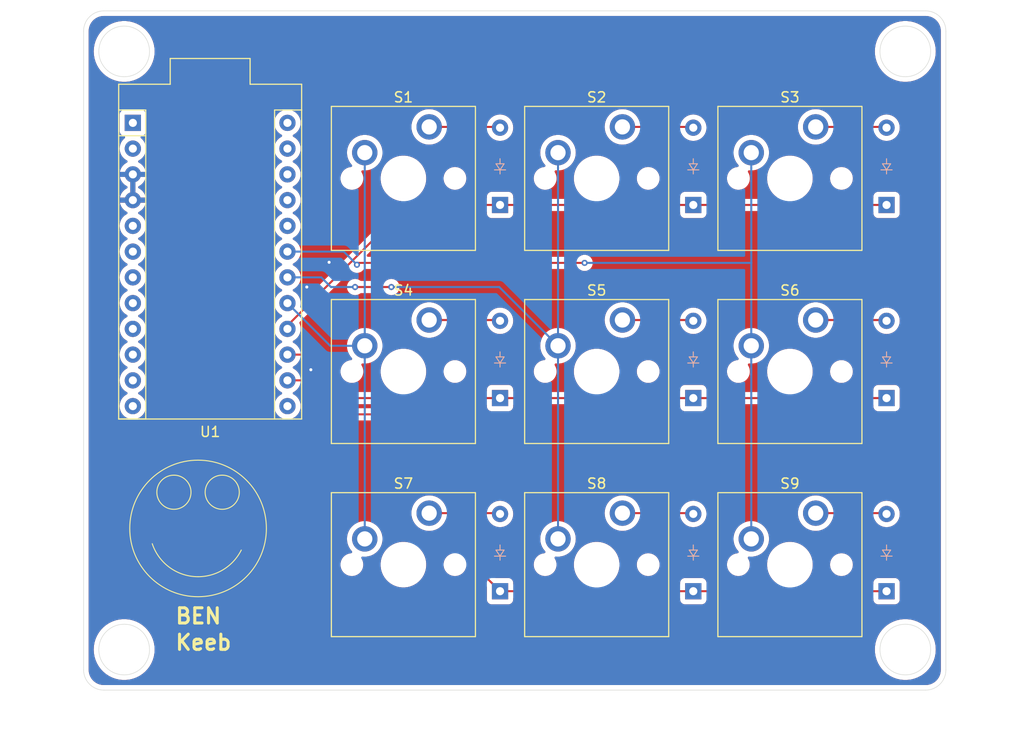
<source format=kicad_pcb>
(kicad_pcb (version 20240108) (generator "pcbnew") (generator_version "8.0")
  (layers (0 "F.Cu" signal) (31 "B.Cu" signal) (34 "B.Paste" user) (35 "F.Paste" user) (36 "B.SilkS" user "B.Silkscreen") (37 "F.SilkS" user "F.Silkscreen") (38 "B.Mask" user) (39 "F.Mask" user) (44 "Edge.Cuts" user))
  (net 0 "")
  (net 1 "GND")
  (net 2 "Row 1")
  (net 3 "Column 0")
  (net 4 "Row 0")
  (net 5 "Column 1")
  (net 6 "Row 2")
  (net 7 "Column 2")
  (net 8 "Net-(D1-A)")
  (net 9 "Net-(D2-A)")
  (net 10 "Net-(D3-A)")
  (net 11 "Net-(D4-A)")
  (net 12 "Net-(D5-A)")
  (net 13 "Net-(D6-A)")
  (net 14 "Net-(D7-A)")
  (net 15 "Net-(D8-A)")
  (net 16 "Net-(D9-A)")
  (footprint "ScottoKeebs_MX:MX_PCB_1.00u" (layer "F.Cu") (at 140.35 95.25)
    (property "Reference" "S5" (at 0 -8 0) (layer "F.SilkS"))
    (property "Value" "Keyswitch")
    (fp_line (start -7.1 -7.1) (end -7.1 7.1) (stroke (width 0.12)) (layer "F.SilkS"))
    (fp_line (start -7.1 7.1) (end 7.1 7.1) (stroke (width 0.12)) (layer "F.SilkS"))
    (fp_line (start 7.1 -7.1) (end -7.1 -7.1) (stroke (width 0.12)) (layer "F.SilkS"))
    (fp_line (start 7.1 7.1) (end 7.1 -7.1) (stroke (width 0.12)) (layer "F.SilkS"))
    (pad "" np_thru_hole circle (at -5.08 0) (size 1.75 1.75) (drill 1.75) (layers "*.Cu" "*.Mask"))
    (pad "" np_thru_hole circle (at 0 0) (size 4 4) (drill 4) (layers "*.Cu" "*.Mask"))
    (pad "" np_thru_hole circle (at 5.08 0) (size 1.75 1.75) (drill 1.75) (layers "*.Cu" "*.Mask"))
    (pad "1" thru_hole circle (at -3.81 -2.54) (size 2.5 2.5) (drill 1.5) (layers "*.Cu" "*.Mask") (net 5 "Column 1"))
    (pad "2" thru_hole circle (at 2.54 -5.08) (size 2.5 2.5) (drill 1.5) (layers "*.Cu" "*.Mask") (net 12 "Net-(D5-A)"))
  )
  (footprint "ScottoKeebs_MX:MX_PCB_1.00u" (layer "F.Cu") (at 159.4 95.25)
    (property "Reference" "S6" (at 0 -8 0) (layer "F.SilkS"))
    (property "Value" "Keyswitch")
    (fp_line (start -7.1 -7.1) (end -7.1 7.1) (stroke (width 0.12)) (layer "F.SilkS"))
    (fp_line (start -7.1 7.1) (end 7.1 7.1) (stroke (width 0.12)) (layer "F.SilkS"))
    (fp_line (start 7.1 -7.1) (end -7.1 -7.1) (stroke (width 0.12)) (layer "F.SilkS"))
    (fp_line (start 7.1 7.1) (end 7.1 -7.1) (stroke (width 0.12)) (layer "F.SilkS"))
    (pad "" np_thru_hole circle (at -5.08 0) (size 1.75 1.75) (drill 1.75) (layers "*.Cu" "*.Mask"))
    (pad "" np_thru_hole circle (at 0 0) (size 4 4) (drill 4) (layers "*.Cu" "*.Mask"))
    (pad "" np_thru_hole circle (at 5.08 0) (size 1.75 1.75) (drill 1.75) (layers "*.Cu" "*.Mask"))
    (pad "1" thru_hole circle (at -3.81 -2.54) (size 2.5 2.5) (drill 1.5) (layers "*.Cu" "*.Mask") (net 7 "Column 2"))
    (pad "2" thru_hole circle (at 2.54 -5.08) (size 2.5 2.5) (drill 1.5) (layers "*.Cu" "*.Mask") (net 13 "Net-(D6-A)"))
  )
  (footprint "ScottoKeebs_MX:MX_PCB_1.00u" (layer "F.Cu") (at 121.3 95.25)
    (property "Reference" "S4" (at 0 -8 0) (layer "F.SilkS"))
    (property "Value" "Keyswitch")
    (fp_line (start -7.1 -7.1) (end -7.1 7.1) (stroke (width 0.12)) (layer "F.SilkS"))
    (fp_line (start -7.1 7.1) (end 7.1 7.1) (stroke (width 0.12)) (layer "F.SilkS"))
    (fp_line (start 7.1 -7.1) (end -7.1 -7.1) (stroke (width 0.12)) (layer "F.SilkS"))
    (fp_line (start 7.1 7.1) (end 7.1 -7.1) (stroke (width 0.12)) (layer "F.SilkS"))
    (pad "" np_thru_hole circle (at -5.08 0) (size 1.75 1.75) (drill 1.75) (layers "*.Cu" "*.Mask"))
    (pad "" np_thru_hole circle (at 0 0) (size 4 4) (drill 4) (layers "*.Cu" "*.Mask"))
    (pad "" np_thru_hole circle (at 5.08 0) (size 1.75 1.75) (drill 1.75) (layers "*.Cu" "*.Mask"))
    (pad "1" thru_hole circle (at -3.81 -2.54) (size 2.5 2.5) (drill 1.5) (layers "*.Cu" "*.Mask") (net 3 "Column 0"))
    (pad "2" thru_hole circle (at 2.54 -5.08) (size 2.5 2.5) (drill 1.5) (layers "*.Cu" "*.Mask") (net 11 "Net-(D4-A)"))
  )
  (footprint "ScottoKeebs_MX:MX_PCB_1.00u" (layer "F.Cu") (at 140.35 114.3)
    (property "Reference" "S8" (at 0 -8 0) (layer "F.SilkS"))
    (property "Value" "Keyswitch")
    (fp_line (start -7.1 -7.1) (end -7.1 7.1) (stroke (width 0.12)) (layer "F.SilkS"))
    (fp_line (start -7.1 7.1) (end 7.1 7.1) (stroke (width 0.12)) (layer "F.SilkS"))
    (fp_line (start 7.1 -7.1) (end -7.1 -7.1) (stroke (width 0.12)) (layer "F.SilkS"))
    (fp_line (start 7.1 7.1) (end 7.1 -7.1) (stroke (width 0.12)) (layer "F.SilkS"))
    (pad "" np_thru_hole circle (at -5.08 0) (size 1.75 1.75) (drill 1.75) (layers "*.Cu" "*.Mask"))
    (pad "" np_thru_hole circle (at 0 0) (size 4 4) (drill 4) (layers "*.Cu" "*.Mask"))
    (pad "" np_thru_hole circle (at 5.08 0) (size 1.75 1.75) (drill 1.75) (layers "*.Cu" "*.Mask"))
    (pad "1" thru_hole circle (at -3.81 -2.54) (size 2.5 2.5) (drill 1.5) (layers "*.Cu" "*.Mask") (net 5 "Column 1"))
    (pad "2" thru_hole circle (at 2.54 -5.08) (size 2.5 2.5) (drill 1.5) (layers "*.Cu" "*.Mask") (net 15 "Net-(D8-A)"))
  )
  (footprint "ScottoKeebs_MX:MX_PCB_1.00u" (layer "F.Cu") (at 121.3 114.3)
    (property "Reference" "S7" (at 0 -8 0) (layer "F.SilkS"))
    (property "Value" "Keyswitch")
    (fp_line (start -7.1 -7.1) (end -7.1 7.1) (stroke (width 0.12)) (layer "F.SilkS"))
    (fp_line (start -7.1 7.1) (end 7.1 7.1) (stroke (width 0.12)) (layer "F.SilkS"))
    (fp_line (start 7.1 -7.1) (end -7.1 -7.1) (stroke (width 0.12)) (layer "F.SilkS"))
    (fp_line (start 7.1 7.1) (end 7.1 -7.1) (stroke (width 0.12)) (layer "F.SilkS"))
    (pad "" np_thru_hole circle (at -5.08 0) (size 1.75 1.75) (drill 1.75) (layers "*.Cu" "*.Mask"))
    (pad "" np_thru_hole circle (at 0 0) (size 4 4) (drill 4) (layers "*.Cu" "*.Mask"))
    (pad "" np_thru_hole circle (at 5.08 0) (size 1.75 1.75) (drill 1.75) (layers "*.Cu" "*.Mask"))
    (pad "1" thru_hole circle (at -3.81 -2.54) (size 2.5 2.5) (drill 1.5) (layers "*.Cu" "*.Mask") (net 3 "Column 0"))
    (pad "2" thru_hole circle (at 2.54 -5.08) (size 2.5 2.5) (drill 1.5) (layers "*.Cu" "*.Mask") (net 14 "Net-(D7-A)"))
  )
  (footprint "Arduino:Sparkfun_Pro_Micro" (layer "F.Cu") (at 109.87 98.663125 180)
    (property "Reference" "U1" (at 7.62 -2.54 360) (layer "F.SilkS"))
    (property "Value" "Sparkfun_Pro_Micro")
    (fp_line (start 16.637 31.75) (end 16.64 -1.27) (stroke (width 0.12)) (layer "F.SilkS"))
    (fp_line (start 16.637 -1.27) (end 1.27 -1.27) (stroke (width 0.12)) (layer "F.SilkS"))
    (fp_line (start 13.97 29.21) (end 16.64 29.21) (stroke (width 0.12)) (layer "F.SilkS"))
    (fp_line (start 13.97 26.67) (end 16.64 26.67) (stroke (width 0.12)) (layer "F.SilkS"))
    (fp_line (start 13.97 -1.27) (end 16.64 -1.27) (stroke (width 0.12)) (layer "F.SilkS"))
    (fp_line (start 13.97 -1.27) (end 13.97 29.21) (stroke (width 0.12)) (layer "F.SilkS"))
    (fp_line (start 11.557 34.29) (end 11.557 31.75) (stroke (width 0.12)) (layer "F.SilkS"))
    (fp_line (start 11.557 31.75) (end 16.637 31.75) (stroke (width 0.12)) (layer "F.SilkS"))
    (fp_line (start 3.683 34.29) (end 11.557 34.29) (stroke (width 0.12)) (layer "F.SilkS"))
    (fp_line (start 3.683 34.29) (end 3.683 31.75) (stroke (width 0.12)) (layer "F.SilkS"))
    (fp_line (start 1.27 29.21) (end -1.4 29.21) (stroke (width 0.12)) (layer "F.SilkS"))
    (fp_line (start 1.27 1.27) (end 1.27 29.21) (stroke (width 0.12)) (layer "F.SilkS"))
    (fp_line (start 1.27 1.27) (end 1.27 -1.27) (stroke (width 0.12)) (layer "F.SilkS"))
    (fp_line (start 1.27 -1.27) (end -1.397 -1.27) (stroke (width 0.12)) (layer "F.SilkS"))
    (fp_line (start -1.397 31.75) (end 3.683 31.75) (stroke (width 0.12)) (layer "F.SilkS"))
    (fp_line (start -1.397 -1.27) (end -1.397 31.75) (stroke (width 0.12)) (layer "F.SilkS"))
    (pad "1" thru_hole rect (at 15.24 27.94 180) (size 1.6 1.6) (drill 0.8) (layers "*.Cu" "*.Mask"))
    (pad "2" thru_hole oval (at 15.24 25.4 180) (size 1.6 1.6) (drill 0.8) (layers "*.Cu" "*.Mask"))
    (pad "3" thru_hole oval (at 15.24 22.86 180) (size 1.6 1.6) (drill 0.8) (layers "*.Cu" "*.Mask") (net 1 "GND"))
    (pad "4" thru_hole oval (at 15.24 20.32 180) (size 1.6 1.6) (drill 0.8) (layers "*.Cu" "*.Mask") (net 1 "GND"))
    (pad "5" thru_hole oval (at 15.24 17.78 180) (size 1.6 1.6) (drill 0.8) (layers "*.Cu" "*.Mask"))
    (pad "6" thru_hole oval (at 15.24 15.24 180) (size 1.6 1.6) (drill 0.8) (layers "*.Cu" "*.Mask"))
    (pad "7" thru_hole oval (at 15.24 12.7 180) (size 1.6 1.6) (drill 0.8) (layers "*.Cu" "*.Mask"))
    (pad "8" thru_hole oval (at 15.24 10.16 180) (size 1.6 1.6) (drill 0.8) (layers "*.Cu" "*.Mask"))
    (pad "9" thru_hole oval (at 15.24 7.62 180) (size 1.6 1.6) (drill 0.8) (layers "*.Cu" "*.Mask"))
    (pad "10" thru_hole oval (at 15.24 5.08 180) (size 1.6 1.6) (drill 0.8) (layers "*.Cu" "*.Mask"))
    (pad "11" thru_hole oval (at 15.24 2.54 180) (size 1.6 1.6) (drill 0.8) (layers "*.Cu" "*.Mask"))
    (pad "12" thru_hole oval (at 15.24 0 180) (size 1.6 1.6) (drill 0.8) (layers "*.Cu" "*.Mask"))
    (pad "13" thru_hole oval (at 0 0 180) (size 1.6 1.6) (drill 0.8) (layers "*.Cu" "*.Mask"))
    (pad "14" thru_hole oval (at 0 2.54 180) (size 1.6 1.6) (drill 0.8) (layers "*.Cu" "*.Mask") (net 6 "Row 2"))
    (pad "15" thru_hole oval (at 0 5.08 180) (size 1.6 1.6) (drill 0.8) (layers "*.Cu" "*.Mask") (net 2 "Row 1"))
    (pad "16" thru_hole oval (at 0 7.62 180) (size 1.6 1.6) (drill 0.8) (layers "*.Cu" "*.Mask") (net 4 "Row 0"))
    (pad "17" thru_hole oval (at 0 10.16 180) (size 1.6 1.6) (drill 0.8) (layers "*.Cu" "*.Mask") (net 3 "Column 0"))
    (pad "18" thru_hole oval (at 0 12.7 180) (size 1.6 1.6) (drill 0.8) (layers "*.Cu" "*.Mask") (net 5 "Column 1"))
    (pad "19" thru_hole oval (at 0 15.24 180) (size 1.6 1.6) (drill 0.8) (layers "*.Cu" "*.Mask") (net 7 "Column 2"))
    (pad "20" thru_hole oval (at 0 17.78 180) (size 1.6 1.6) (drill 0.8) (layers "*.Cu" "*.Mask"))
    (pad "21" thru_hole oval (at 0 20.32 180) (size 1.6 1.6) (drill 0.8) (layers "*.Cu" "*.Mask"))
    (pad "22" thru_hole oval (at 0 22.86 180) (size 1.6 1.6) (drill 0.8) (layers "*.Cu" "*.Mask"))
    (pad "23" thru_hole oval (at 0 25.4 180) (size 1.6 1.6) (drill 0.8) (layers "*.Cu" "*.Mask"))
    (pad "24" thru_hole oval (at 0 27.94 180) (size 1.6 1.6) (drill 0.8) (layers "*.Cu" "*.Mask"))
  )
  (footprint "ScottoKeebs_MX:MX_PCB_1.00u" (layer "F.Cu") (at 121.3 76.2)
    (property "Reference" "S1" (at 0 -8 0) (layer "F.SilkS"))
    (property "Value" "Keyswitch")
    (fp_line (start -7.1 -7.1) (end -7.1 7.1) (stroke (width 0.12)) (layer "F.SilkS"))
    (fp_line (start -7.1 7.1) (end 7.1 7.1) (stroke (width 0.12)) (layer "F.SilkS"))
    (fp_line (start 7.1 -7.1) (end -7.1 -7.1) (stroke (width 0.12)) (layer "F.SilkS"))
    (fp_line (start 7.1 7.1) (end 7.1 -7.1) (stroke (width 0.12)) (layer "F.SilkS"))
    (pad "" np_thru_hole circle (at -5.08 0) (size 1.75 1.75) (drill 1.75) (layers "*.Cu" "*.Mask"))
    (pad "" np_thru_hole circle (at 0 0) (size 4 4) (drill 4) (layers "*.Cu" "*.Mask"))
    (pad "" np_thru_hole circle (at 5.08 0) (size 1.75 1.75) (drill 1.75) (layers "*.Cu" "*.Mask"))
    (pad "1" thru_hole circle (at -3.81 -2.54) (size 2.5 2.5) (drill 1.5) (layers "*.Cu" "*.Mask") (net 3 "Column 0"))
    (pad "2" thru_hole circle (at 2.54 -5.08) (size 2.5 2.5) (drill 1.5) (layers "*.Cu" "*.Mask") (net 8 "Net-(D1-A)"))
  )
  (footprint "ScottoKeebs_MX:MX_PCB_1.00u" (layer "F.Cu") (at 140.35 76.2)
    (property "Reference" "S2" (at 0 -8 0) (layer "F.SilkS"))
    (property "Value" "Keyswitch")
    (fp_line (start -7.1 -7.1) (end -7.1 7.1) (stroke (width 0.12)) (layer "F.SilkS"))
    (fp_line (start -7.1 7.1) (end 7.1 7.1) (stroke (width 0.12)) (layer "F.SilkS"))
    (fp_line (start 7.1 -7.1) (end -7.1 -7.1) (stroke (width 0.12)) (layer "F.SilkS"))
    (fp_line (start 7.1 7.1) (end 7.1 -7.1) (stroke (width 0.12)) (layer "F.SilkS"))
    (pad "" np_thru_hole circle (at -5.08 0) (size 1.75 1.75) (drill 1.75) (layers "*.Cu" "*.Mask"))
    (pad "" np_thru_hole circle (at 0 0) (size 4 4) (drill 4) (layers "*.Cu" "*.Mask"))
    (pad "" np_thru_hole circle (at 5.08 0) (size 1.75 1.75) (drill 1.75) (layers "*.Cu" "*.Mask"))
    (pad "1" thru_hole circle (at -3.81 -2.54) (size 2.5 2.5) (drill 1.5) (layers "*.Cu" "*.Mask") (net 5 "Column 1"))
    (pad "2" thru_hole circle (at 2.54 -5.08) (size 2.5 2.5) (drill 1.5) (layers "*.Cu" "*.Mask") (net 9 "Net-(D2-A)"))
  )
  (footprint "ScottoKeebs_MX:MX_PCB_1.00u" (layer "F.Cu") (at 159.4 114.3)
    (property "Reference" "S9" (at 0 -8 0) (layer "F.SilkS"))
    (property "Value" "Keyswitch")
    (fp_line (start -7.1 -7.1) (end -7.1 7.1) (stroke (width 0.12)) (layer "F.SilkS"))
    (fp_line (start -7.1 7.1) (end 7.1 7.1) (stroke (width 0.12)) (layer "F.SilkS"))
    (fp_line (start 7.1 -7.1) (end -7.1 -7.1) (stroke (width 0.12)) (layer "F.SilkS"))
    (fp_line (start 7.1 7.1) (end 7.1 -7.1) (stroke (width 0.12)) (layer "F.SilkS"))
    (pad "" np_thru_hole circle (at -5.08 0) (size 1.75 1.75) (drill 1.75) (layers "*.Cu" "*.Mask"))
    (pad "" np_thru_hole circle (at 0 0) (size 4 4) (drill 4) (layers "*.Cu" "*.Mask"))
    (pad "" np_thru_hole circle (at 5.08 0) (size 1.75 1.75) (drill 1.75) (layers "*.Cu" "*.Mask"))
    (pad "1" thru_hole circle (at -3.81 -2.54) (size 2.5 2.5) (drill 1.5) (layers "*.Cu" "*.Mask") (net 7 "Column 2"))
    (pad "2" thru_hole circle (at 2.54 -5.08) (size 2.5 2.5) (drill 1.5) (layers "*.Cu" "*.Mask") (net 16 "Net-(D9-A)"))
  )
  (footprint "ScottoKeebs_MX:MX_PCB_1.00u" (layer "F.Cu") (at 159.4 76.2)
    (property "Reference" "S3" (at 0 -8 0) (layer "F.SilkS"))
    (property "Value" "Keyswitch")
    (fp_line (start -7.1 -7.1) (end -7.1 7.1) (stroke (width 0.12)) (layer "F.SilkS"))
    (fp_line (start -7.1 7.1) (end 7.1 7.1) (stroke (width 0.12)) (layer "F.SilkS"))
    (fp_line (start 7.1 -7.1) (end -7.1 -7.1) (stroke (width 0.12)) (layer "F.SilkS"))
    (fp_line (start 7.1 7.1) (end 7.1 -7.1) (stroke (width 0.12)) (layer "F.SilkS"))
    (pad "" np_thru_hole circle (at -5.08 0) (size 1.75 1.75) (drill 1.75) (layers "*.Cu" "*.Mask"))
    (pad "" np_thru_hole circle (at 0 0) (size 4 4) (drill 4) (layers "*.Cu" "*.Mask"))
    (pad "" np_thru_hole circle (at 5.08 0) (size 1.75 1.75) (drill 1.75) (layers "*.Cu" "*.Mask"))
    (pad "1" thru_hole circle (at -3.81 -2.54) (size 2.5 2.5) (drill 1.5) (layers "*.Cu" "*.Mask") (net 7 "Column 2"))
    (pad "2" thru_hole circle (at 2.54 -5.08) (size 2.5 2.5) (drill 1.5) (layers "*.Cu" "*.Mask") (net 10 "Net-(D3-A)"))
  )
  (footprint "ScottoKeebs_Components:Diode_DO-35" (layer "B.Cu") (at 130.825 97.869375 90)
    (property "Reference" "D4" (hide yes))
    (property "Value" "Diode" (hide yes))
    (fp_line (start 3.46 -0.55) (end 3.46 0.55) (stroke (width 0.1)) (layer "B.SilkS"))
    (fp_line (start 4.06 -0.4) (end 4.06 0.4) (stroke (width 0.1)) (layer "B.SilkS"))
    (fp_line (start 4.56 0) (end 4.06 0) (stroke (width 0.1)) (layer "B.SilkS"))
    (fp_line (start 3.46 0) (end 4.06 -0.4) (stroke (width 0.1)) (layer "B.SilkS"))
    (fp_line (start 3.46 0) (end 3.06 0) (stroke (width 0.1)) (layer "B.SilkS"))
    (fp_line (start 4.06 0.4) (end 3.46 0) (stroke (width 0.1)) (layer "B.SilkS"))
    (pad "1" thru_hole rect (at 0 0 90) (size 1.6 1.6) (drill 0.8) (layers "*.Cu" "*.Mask") (net 2 "Row 1"))
    (pad "2" thru_hole oval (at 7.62 0 90) (size 1.6 1.6) (drill 0.8) (layers "*.Cu" "*.Mask") (net 11 "Net-(D4-A)"))
  )
  (footprint "ScottoKeebs_Components:Diode_DO-35" (layer "B.Cu") (at 130.825 116.919375 90)
    (property "Reference" "D7" (hide yes))
    (property "Value" "Diode" (hide yes))
    (fp_line (start 3.46 -0.55) (end 3.46 0.55) (stroke (width 0.1)) (layer "B.SilkS"))
    (fp_line (start 4.06 -0.4) (end 4.06 0.4) (stroke (width 0.1)) (layer "B.SilkS"))
    (fp_line (start 4.56 0) (end 4.06 0) (stroke (width 0.1)) (layer "B.SilkS"))
    (fp_line (start 3.46 0) (end 4.06 -0.4) (stroke (width 0.1)) (layer "B.SilkS"))
    (fp_line (start 3.46 0) (end 3.06 0) (stroke (width 0.1)) (layer "B.SilkS"))
    (fp_line (start 4.06 0.4) (end 3.46 0) (stroke (width 0.1)) (layer "B.SilkS"))
    (pad "1" thru_hole rect (at 0 0 90) (size 1.6 1.6) (drill 0.8) (layers "*.Cu" "*.Mask") (net 6 "Row 2"))
    (pad "2" thru_hole oval (at 7.62 0 90) (size 1.6 1.6) (drill 0.8) (layers "*.Cu" "*.Mask") (net 14 "Net-(D7-A)"))
  )
  (footprint "ScottoKeebs_Components:Diode_DO-35" (layer "B.Cu") (at 168.925 97.869375 90)
    (property "Reference" "D6" (hide yes))
    (property "Value" "Diode" (hide yes))
    (fp_line (start 3.46 -0.55) (end 3.46 0.55) (stroke (width 0.1)) (layer "B.SilkS"))
    (fp_line (start 4.06 -0.4) (end 4.06 0.4) (stroke (width 0.1)) (layer "B.SilkS"))
    (fp_line (start 4.56 0) (end 4.06 0) (stroke (width 0.1)) (layer "B.SilkS"))
    (fp_line (start 3.46 0) (end 4.06 -0.4) (stroke (width 0.1)) (layer "B.SilkS"))
    (fp_line (start 3.46 0) (end 3.06 0) (stroke (width 0.1)) (layer "B.SilkS"))
    (fp_line (start 4.06 0.4) (end 3.46 0) (stroke (width 0.1)) (layer "B.SilkS"))
    (pad "1" thru_hole rect (at 0 0 90) (size 1.6 1.6) (drill 0.8) (layers "*.Cu" "*.Mask") (net 2 "Row 1"))
    (pad "2" thru_hole oval (at 7.62 0 90) (size 1.6 1.6) (drill 0.8) (layers "*.Cu" "*.Mask") (net 13 "Net-(D6-A)"))
  )
  (footprint "ScottoKeebs_Components:Diode_DO-35" (layer "B.Cu") (at 168.925 78.819375 90)
    (property "Reference" "D3" (hide yes))
    (property "Value" "Diode" (hide yes))
    (fp_line (start 3.46 -0.55) (end 3.46 0.55) (stroke (width 0.1)) (layer "B.SilkS"))
    (fp_line (start 4.06 -0.4) (end 4.06 0.4) (stroke (width 0.1)) (layer "B.SilkS"))
    (fp_line (start 4.56 0) (end 4.06 0) (stroke (width 0.1)) (layer "B.SilkS"))
    (fp_line (start 3.46 0) (end 4.06 -0.4) (stroke (width 0.1)) (layer "B.SilkS"))
    (fp_line (start 3.46 0) (end 3.06 0) (stroke (width 0.1)) (layer "B.SilkS"))
    (fp_line (start 4.06 0.4) (end 3.46 0) (stroke (width 0.1)) (layer "B.SilkS"))
    (pad "1" thru_hole rect (at 0 0 90) (size 1.6 1.6) (drill 0.8) (layers "*.Cu" "*.Mask") (net 4 "Row 0"))
    (pad "2" thru_hole oval (at 7.62 0 90) (size 1.6 1.6) (drill 0.8) (layers "*.Cu" "*.Mask") (net 10 "Net-(D3-A)"))
  )
  (footprint "ScottoKeebs_Components:Diode_DO-35" (layer "B.Cu") (at 168.925 116.919375 90)
    (property "Reference" "D9" (hide yes))
    (property "Value" "Diode" (hide yes))
    (fp_line (start 3.46 -0.55) (end 3.46 0.55) (stroke (width 0.1)) (layer "B.SilkS"))
    (fp_line (start 4.06 -0.4) (end 4.06 0.4) (stroke (width 0.1)) (layer "B.SilkS"))
    (fp_line (start 4.56 0) (end 4.06 0) (stroke (width 0.1)) (layer "B.SilkS"))
    (fp_line (start 3.46 0) (end 4.06 -0.4) (stroke (width 0.1)) (layer "B.SilkS"))
    (fp_line (start 3.46 0) (end 3.06 0) (stroke (width 0.1)) (layer "B.SilkS"))
    (fp_line (start 4.06 0.4) (end 3.46 0) (stroke (width 0.1)) (layer "B.SilkS"))
    (pad "1" thru_hole rect (at 0 0 90) (size 1.6 1.6) (drill 0.8) (layers "*.Cu" "*.Mask") (net 6 "Row 2"))
    (pad "2" thru_hole oval (at 7.62 0 90) (size 1.6 1.6) (drill 0.8) (layers "*.Cu" "*.Mask") (net 16 "Net-(D9-A)"))
  )
  (footprint "ScottoKeebs_Components:Diode_DO-35" (layer "B.Cu") (at 149.875 97.869375 90)
    (property "Reference" "D5" (hide yes))
    (property "Value" "Diode" (hide yes))
    (fp_line (start 3.46 -0.55) (end 3.46 0.55) (stroke (width 0.1)) (layer "B.SilkS"))
    (fp_line (start 4.06 -0.4) (end 4.06 0.4) (stroke (width 0.1)) (layer "B.SilkS"))
    (fp_line (start 4.56 0) (end 4.06 0) (stroke (width 0.1)) (layer "B.SilkS"))
    (fp_line (start 3.46 0) (end 4.06 -0.4) (stroke (width 0.1)) (layer "B.SilkS"))
    (fp_line (start 3.46 0) (end 3.06 0) (stroke (width 0.1)) (layer "B.SilkS"))
    (fp_line (start 4.06 0.4) (end 3.46 0) (stroke (width 0.1)) (layer "B.SilkS"))
    (pad "1" thru_hole rect (at 0 0 90) (size 1.6 1.6) (drill 0.8) (layers "*.Cu" "*.Mask") (net 2 "Row 1"))
    (pad "2" thru_hole oval (at 7.62 0 90) (size 1.6 1.6) (drill 0.8) (layers "*.Cu" "*.Mask") (net 12 "Net-(D5-A)"))
  )
  (footprint "ScottoKeebs_Components:Diode_DO-35" (layer "B.Cu") (at 149.875 116.919375 90)
    (property "Reference" "D8" (hide yes))
    (property "Value" "Diode" (hide yes))
    (fp_line (start 3.46 -0.55) (end 3.46 0.55) (stroke (width 0.1)) (layer "B.SilkS"))
    (fp_line (start 4.06 -0.4) (end 4.06 0.4) (stroke (width 0.1)) (layer "B.SilkS"))
    (fp_line (start 4.56 0) (end 4.06 0) (stroke (width 0.1)) (layer "B.SilkS"))
    (fp_line (start 3.46 0) (end 4.06 -0.4) (stroke (width 0.1)) (layer "B.SilkS"))
    (fp_line (start 3.46 0) (end 3.06 0) (stroke (width 0.1)) (layer "B.SilkS"))
    (fp_line (start 4.06 0.4) (end 3.46 0) (stroke (width 0.1)) (layer "B.SilkS"))
    (pad "1" thru_hole rect (at 0 0 90) (size 1.6 1.6) (drill 0.8) (layers "*.Cu" "*.Mask") (net 6 "Row 2"))
    (pad "2" thru_hole oval (at 7.62 0 90) (size 1.6 1.6) (drill 0.8) (layers "*.Cu" "*.Mask") (net 15 "Net-(D8-A)"))
  )
  (footprint "ScottoKeebs_Components:Diode_DO-35" (layer "B.Cu") (at 130.825 78.819375 90)
    (property "Reference" "D1" (hide yes))
    (property "Value" "Diode" (hide yes))
    (fp_line (start 3.46 -0.55) (end 3.46 0.55) (stroke (width 0.1)) (layer "B.SilkS"))
    (fp_line (start 4.06 -0.4) (end 4.06 0.4) (stroke (width 0.1)) (layer "B.SilkS"))
    (fp_line (start 4.56 0) (end 4.06 0) (stroke (width 0.1)) (layer "B.SilkS"))
    (fp_line (start 3.46 0) (end 4.06 -0.4) (stroke (width 0.1)) (layer "B.SilkS"))
    (fp_line (start 3.46 0) (end 3.06 0) (stroke (width 0.1)) (layer "B.SilkS"))
    (fp_line (start 4.06 0.4) (end 3.46 0) (stroke (width 0.1)) (layer "B.SilkS"))
    (pad "1" thru_hole rect (at 0 0 90) (size 1.6 1.6) (drill 0.8) (layers "*.Cu" "*.Mask") (net 4 "Row 0"))
    (pad "2" thru_hole oval (at 7.62 0 90) (size 1.6 1.6) (drill 0.8) (layers "*.Cu" "*.Mask") (net 8 "Net-(D1-A)"))
  )
  (footprint "ScottoKeebs_Components:Diode_DO-35" (layer "B.Cu") (at 149.875 78.819375 90)
    (property "Reference" "D2" (hide yes))
    (property "Value" "Diode" (hide yes))
    (fp_line (start 3.46 -0.55) (end 3.46 0.55) (stroke (width 0.1)) (layer "B.SilkS"))
    (fp_line (start 4.06 -0.4) (end 4.06 0.4) (stroke (width 0.1)) (layer "B.SilkS"))
    (fp_line (start 4.56 0) (end 4.06 0) (stroke (width 0.1)) (layer "B.SilkS"))
    (fp_line (start 3.46 0) (end 4.06 -0.4) (stroke (width 0.1)) (layer "B.SilkS"))
    (fp_line (start 3.46 0) (end 3.06 0) (stroke (width 0.1)) (layer "B.SilkS"))
    (fp_line (start 4.06 0.4) (end 3.46 0) (stroke (width 0.1)) (layer "B.SilkS"))
    (pad "1" thru_hole rect (at 0 0 90) (size 1.6 1.6) (drill 0.8) (layers "*.Cu" "*.Mask") (net 4 "Row 0"))
    (pad "2" thru_hole oval (at 7.62 0 90) (size 1.6 1.6) (drill 0.8) (layers "*.Cu" "*.Mask") (net 9 "Net-(D2-A)"))
  )
  (gr_circle (center 103.440625 107.15625) (end 104.63125 105.965625) (stroke (width 0.1)) (fill none) (layer "F.SilkS"))
  (gr_arc (start 105.319084 112.85798) (mid 103.563169 114.779349) (end 101.059375 115.490625) (stroke (width 0.1)) (layer "F.SilkS"))
  (gr_circle (center 98.678125 107.15625) (end 99.86875 105.965625) (stroke (width 0.1)) (fill none) (layer "F.SilkS"))
  (gr_circle (center 101.059375 110.728125) (end 105.821875 105.965625) (stroke (width 0.1)) (fill none) (layer "F.SilkS"))
  (gr_arc (start 101.059375 115.490625) (mid 98.274692 114.591666) (end 96.541271 112.23416) (stroke (width 0.1)) (layer "F.SilkS"))
  (gr_line (start 172.775 59.675) (end 91.775 59.675) (stroke (width 0.05)) (layer "Edge.Cuts"))
  (gr_arc (start 91.775 126.675) (mid 90.360786 126.089214) (end 89.775 124.675) (stroke (width 0.05)) (layer "Edge.Cuts"))
  (gr_arc (start 89.775 61.675) (mid 90.360786 60.260786) (end 91.775 59.675) (stroke (width 0.05)) (layer "Edge.Cuts"))
  (gr_line (start 89.775 61.675) (end 89.775 124.675) (stroke (width 0.05)) (layer "Edge.Cuts"))
  (gr_arc (start 172.775 59.675) (mid 174.189214 60.260786) (end 174.775 61.675) (stroke (width 0.05)) (layer "Edge.Cuts"))
  (gr_circle (center 170.775 63.675) (end 172.275 61.675) (stroke (width 0.05)) (fill none) (layer "Edge.Cuts"))
  (gr_line (start 174.775 124.675) (end 174.775 61.675) (stroke (width 0.05)) (layer "Edge.Cuts"))
  (gr_line (start 91.775 126.675) (end 172.775 126.675) (stroke (width 0.05)) (layer "Edge.Cuts"))
  (gr_circle (center 170.775 122.675) (end 170.775 120.175) (stroke (width 0.05)) (fill none) (layer "Edge.Cuts"))
  (gr_circle (center 93.775 63.675) (end 93.775 61.175) (stroke (width 0.05)) (fill none) (layer "Edge.Cuts"))
  (gr_circle (center 93.775 122.675) (end 93.775 120.175) (stroke (width 0.05)) (fill none) (layer "Edge.Cuts"))
  (gr_arc (start 174.775 124.675) (mid 174.189214 126.089214) (end 172.775 126.675) (stroke (width 0.05)) (layer "Edge.Cuts"))
  (gr_text "BEN" (at 98.678125 120.253125 0) (layer "F.SilkS") (effects (font (size 1.5 1.5) (thickness 0.3) (bold yes)) (justify left bottom)))
  (gr_text "Keeb" (at 98.678125 122.85625 0) (layer "F.SilkS") (effects (font (size 1.5 1.5) (thickness 0.3) (bold yes)) (justify left bottom)))
  (via (at 111.775 86.915625) (size 0.6) (drill 0.3) (layers "F.Cu" "B.Cu") (net 1))
  (via (at 113.975 84.475) (size 0.6) (drill 0.3) (layers "F.Cu" "B.Cu") (net 1))
  (via (at 112.175 95.075) (size 0.6) (drill 0.3) (layers "F.Cu" "B.Cu") (net 1))
  (segment (start 112.483125 93.583125) (end 109.87 93.583125) (width 0.2) (layer "F.Cu") (net 2))
  (segment (start 130.825 97.869375) (end 113.52125 97.869375) (width 0.2) (layer "F.Cu") (net 2))
  (segment (start 113.52125 94.62125) (end 112.483125 93.583125) (width 0.2) (layer "F.Cu") (net 2))
  (segment (start 113.52125 97.869375) (end 113.52125 94.62125) (width 0.2) (layer "F.Cu") (net 2))
  (segment (start 168.925 97.869375) (end 130.825 97.869375) (width 0.2) (layer "F.Cu") (net 2))
  (segment (start 117.49 73.66) (end 117.49 111.76) (width 0.2) (layer "B.Cu") (net 3))
  (segment (start 109.87 88.503125) (end 114.076875 92.71) (width 0.2) (layer "B.Cu") (net 3))
  (segment (start 114.076875 92.71) (end 117.49 92.71) (width 0.2) (layer "B.Cu") (net 3))
  (segment (start 149.875 78.819375) (end 168.925 78.819375) (width 0.2) (layer "F.Cu") (net 4))
  (segment (start 130.825 78.819375) (end 121.76625 78.819375) (width 0.2) (layer "F.Cu") (net 4))
  (segment (start 109.87 90.715625) (end 109.87 91.043125) (width 0.2) (layer "F.Cu") (net 4))
  (segment (start 121.76625 78.819375) (end 109.87 90.715625) (width 0.2) (layer "F.Cu") (net 4))
  (segment (start 130.825 78.819375) (end 149.875 78.819375) (width 0.2) (layer "F.Cu") (net 4))
  (segment (start 116.5375 86.915625) (end 120.109375 86.915625) (width 0.2) (layer "F.Cu") (net 5))
  (via (at 120.109375 86.915625) (size 0.6) (drill 0.3) (layers "F.Cu" "B.Cu") (net 5))
  (via (at 116.5375 86.915625) (size 0.6) (drill 0.3) (layers "F.Cu" "B.Cu") (net 5))
  (segment (start 136.54 73.66) (end 136.54 111.76) (width 0.2) (layer "B.Cu") (net 5))
  (segment (start 114.15625 86.915625) (end 113.20375 85.963125) (width 0.2) (layer "B.Cu") (net 5))
  (segment (start 116.5375 86.915625) (end 114.15625 86.915625) (width 0.2) (layer "B.Cu") (net 5))
  (segment (start 113.20375 85.963125) (end 109.87 85.963125) (width 0.2) (layer "B.Cu") (net 5))
  (segment (start 130.745625 86.915625) (end 120.109375 86.915625) (width 0.2) (layer "B.Cu") (net 5))
  (segment (start 136.54 92.71) (end 130.745625 86.915625) (width 0.2) (layer "B.Cu") (net 5))
  (segment (start 125.855625 111.95) (end 122.85 111.95) (width 0.2) (layer "F.Cu") (net 6))
  (segment (start 112.375 99.475) (end 112.375 96.875) (width 0.2) (layer "F.Cu") (net 6))
  (segment (start 168.925 116.919375) (end 130.825 116.919375) (width 0.2) (layer "F.Cu") (net 6))
  (segment (start 120.375 99.475) (end 112.375 99.475) (width 0.2) (layer "F.Cu") (net 6))
  (segment (start 111.623125 96.123125) (end 109.87 96.123125) (width 0.2) (layer "F.Cu") (net 6))
  (segment (start 122.85 111.95) (end 120.375 109.475) (width 0.2) (layer "F.Cu") (net 6))
  (segment (start 112.375 96.875) (end 111.623125 96.123125) (width 0.2) (layer "F.Cu") (net 6))
  (segment (start 130.825 116.919375) (end 125.855625 111.95) (width 0.2) (layer "F.Cu") (net 6))
  (segment (start 120.375 109.475) (end 120.375 99.475) (width 0.2) (layer "F.Cu") (net 6))
  (segment (start 139.159375 84.534375) (end 116.89978 84.534375) (width 0.2) (layer "F.Cu") (net 7))
  (segment (start 116.89978 84.534375) (end 116.71864 84.715515) (width 0.2) (layer "F.Cu") (net 7))
  (via (at 139.159375 84.534375) (size 0.6) (drill 0.3) (layers "F.Cu" "B.Cu") (net 7))
  (via (at 116.71864 84.715515) (size 0.6) (drill 0.3) (layers "F.Cu" "B.Cu") (net 7))
  (segment (start 155.59 84.534375) (end 139.159375 84.534375) (width 0.2) (layer "B.Cu") (net 7))
  (segment (start 155.59 73.66) (end 155.59 84.534375) (width 0.2) (layer "B.Cu") (net 7))
  (segment (start 115.42625 83.423125) (end 109.87 83.423125) (width 0.2) (layer "B.Cu") (net 7))
  (segment (start 116.71864 84.715515) (end 115.42625 83.423125) (width 0.2) (layer "B.Cu") (net 7))
  (segment (start 155.59 84.534375) (end 155.59 111.76) (width 0.2) (layer "B.Cu") (net 7))
  (segment (start 123.84 71.12) (end 130.745625 71.12) (width 0.2) (layer "F.Cu") (net 8))
  (segment (start 130.745625 71.12) (end 130.825 71.199375) (width 0.2) (layer "F.Cu") (net 8))
  (segment (start 149.795625 71.12) (end 149.875 71.199375) (width 0.2) (layer "F.Cu") (net 9))
  (segment (start 142.89 71.12) (end 149.795625 71.12) (width 0.2) (layer "F.Cu") (net 9))
  (segment (start 161.94 71.12) (end 168.845625 71.12) (width 0.2) (layer "F.Cu") (net 10))
  (segment (start 168.845625 71.12) (end 168.925 71.199375) (width 0.2) (layer "F.Cu") (net 10))
  (segment (start 130.745625 90.17) (end 130.825 90.249375) (width 0.2) (layer "F.Cu") (net 11))
  (segment (start 123.84 90.17) (end 130.745625 90.17) (width 0.2) (layer "F.Cu") (net 11))
  (segment (start 149.795625 90.17) (end 149.875 90.249375) (width 0.2) (layer "F.Cu") (net 12))
  (segment (start 142.89 90.17) (end 149.795625 90.17) (width 0.2) (layer "F.Cu") (net 12))
  (segment (start 161.94 90.17) (end 168.845625 90.17) (width 0.2) (layer "F.Cu") (net 13))
  (segment (start 168.845625 90.17) (end 168.925 90.249375) (width 0.2) (layer "F.Cu") (net 13))
  (segment (start 130.745625 109.22) (end 130.825 109.299375) (width 0.2) (layer "F.Cu") (net 14))
  (segment (start 123.84 109.22) (end 130.745625 109.22) (width 0.2) (layer "F.Cu") (net 14))
  (segment (start 149.795625 109.22) (end 149.875 109.299375) (width 0.2) (layer "F.Cu") (net 15))
  (segment (start 142.89 109.22) (end 149.795625 109.22) (width 0.2) (layer "F.Cu") (net 15))
  (segment (start 161.94 109.22) (end 168.845625 109.22) (width 0.2) (layer "F.Cu") (net 16))
  (segment (start 168.845625 109.22) (end 168.925 109.299375) (width 0.2) (layer "F.Cu") (net 16))
  (zone (net 1) (net_name "GND") (layers "F&B.Cu") (connect_pads (clearance 0.5)) (min_thickness 0.25) (fill yes (thermal_gap 0.5) (thermal_bridge_width 0.5) (island_removal_mode 1) (island_area_min 10))
    (polygon (pts (xy 81.534375 58.603125) (xy 81.534375 132.015625) (xy 182.496875 132.515625) (xy 182.496875 59.103125)))
  )
)
</source>
